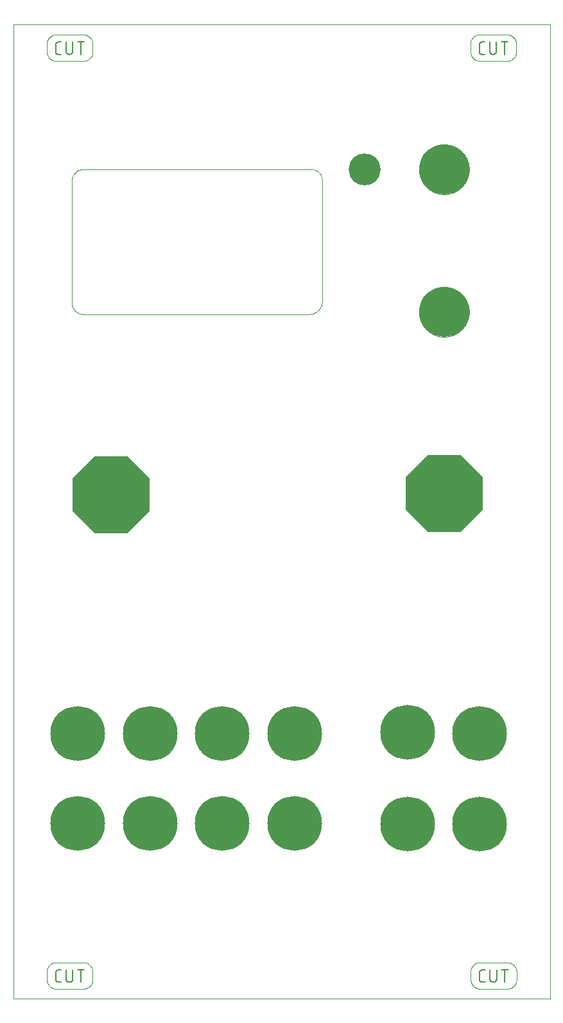
<source format=gts>
G75*
%MOIN*%
%OFA0B0*%
%FSLAX25Y25*%
%IPPOS*%
%LPD*%
%AMOC8*
5,1,8,0,0,1.08239X$1,22.5*
%
%ADD10C,0.00000*%
%ADD11C,0.00600*%
%ADD12C,0.25984*%
%ADD13C,0.16598*%
%ADD14C,0.28409*%
%ADD15OC8,0.40220*%
D10*
X0003589Y0001000D02*
X0003589Y0507000D01*
X0282195Y0507000D01*
X0282195Y0001000D01*
X0003589Y0001000D01*
X0020912Y0011157D02*
X0020912Y0013205D01*
X0020912Y0015016D01*
X0020914Y0015153D01*
X0020920Y0015290D01*
X0020930Y0015427D01*
X0020943Y0015564D01*
X0020961Y0015700D01*
X0020982Y0015835D01*
X0021008Y0015970D01*
X0021037Y0016104D01*
X0021070Y0016237D01*
X0021107Y0016369D01*
X0021147Y0016500D01*
X0021191Y0016630D01*
X0021239Y0016759D01*
X0021291Y0016886D01*
X0021346Y0017011D01*
X0021405Y0017135D01*
X0021467Y0017257D01*
X0021533Y0017378D01*
X0021602Y0017496D01*
X0021674Y0017613D01*
X0021750Y0017727D01*
X0021829Y0017839D01*
X0021911Y0017949D01*
X0021997Y0018056D01*
X0022085Y0018161D01*
X0022176Y0018264D01*
X0022271Y0018363D01*
X0022368Y0018460D01*
X0022467Y0018555D01*
X0022570Y0018646D01*
X0022675Y0018734D01*
X0022782Y0018820D01*
X0022892Y0018902D01*
X0023004Y0018981D01*
X0023118Y0019057D01*
X0023235Y0019129D01*
X0023353Y0019198D01*
X0023474Y0019264D01*
X0023596Y0019326D01*
X0023720Y0019385D01*
X0023845Y0019440D01*
X0023972Y0019492D01*
X0024101Y0019540D01*
X0024231Y0019584D01*
X0024362Y0019624D01*
X0024494Y0019661D01*
X0024627Y0019694D01*
X0024761Y0019723D01*
X0024896Y0019749D01*
X0025031Y0019770D01*
X0025167Y0019788D01*
X0025304Y0019801D01*
X0025441Y0019811D01*
X0025578Y0019817D01*
X0025715Y0019819D01*
X0039809Y0019819D01*
X0039948Y0019817D01*
X0040087Y0019811D01*
X0040226Y0019801D01*
X0040364Y0019788D01*
X0040502Y0019770D01*
X0040640Y0019749D01*
X0040777Y0019724D01*
X0040913Y0019695D01*
X0041048Y0019662D01*
X0041182Y0019625D01*
X0041316Y0019585D01*
X0041448Y0019541D01*
X0041578Y0019493D01*
X0041707Y0019441D01*
X0041835Y0019386D01*
X0041961Y0019328D01*
X0042086Y0019266D01*
X0042209Y0019200D01*
X0042330Y0019131D01*
X0042448Y0019059D01*
X0042565Y0018983D01*
X0042680Y0018904D01*
X0042792Y0018822D01*
X0042902Y0018737D01*
X0043010Y0018648D01*
X0043115Y0018557D01*
X0043217Y0018463D01*
X0043317Y0018366D01*
X0043414Y0018266D01*
X0043508Y0018164D01*
X0043599Y0018059D01*
X0043688Y0017951D01*
X0043773Y0017841D01*
X0043855Y0017729D01*
X0043934Y0017614D01*
X0044010Y0017497D01*
X0044082Y0017379D01*
X0044151Y0017258D01*
X0044217Y0017135D01*
X0044279Y0017010D01*
X0044337Y0016884D01*
X0044392Y0016756D01*
X0044444Y0016627D01*
X0044492Y0016497D01*
X0044536Y0016365D01*
X0044576Y0016231D01*
X0044613Y0016097D01*
X0044646Y0015962D01*
X0044675Y0015826D01*
X0044700Y0015689D01*
X0044721Y0015551D01*
X0044739Y0015413D01*
X0044752Y0015275D01*
X0044762Y0015136D01*
X0044768Y0014997D01*
X0044770Y0014858D01*
X0044770Y0013165D01*
X0044770Y0011000D01*
X0044768Y0010861D01*
X0044762Y0010722D01*
X0044752Y0010583D01*
X0044739Y0010445D01*
X0044721Y0010307D01*
X0044700Y0010169D01*
X0044675Y0010032D01*
X0044646Y0009896D01*
X0044613Y0009761D01*
X0044576Y0009627D01*
X0044536Y0009493D01*
X0044492Y0009361D01*
X0044444Y0009231D01*
X0044392Y0009102D01*
X0044337Y0008974D01*
X0044279Y0008848D01*
X0044217Y0008723D01*
X0044151Y0008600D01*
X0044082Y0008479D01*
X0044010Y0008361D01*
X0043934Y0008244D01*
X0043855Y0008129D01*
X0043773Y0008017D01*
X0043688Y0007907D01*
X0043599Y0007799D01*
X0043508Y0007694D01*
X0043414Y0007592D01*
X0043317Y0007492D01*
X0043217Y0007395D01*
X0043115Y0007301D01*
X0043010Y0007210D01*
X0042902Y0007121D01*
X0042792Y0007036D01*
X0042680Y0006954D01*
X0042565Y0006875D01*
X0042448Y0006799D01*
X0042330Y0006727D01*
X0042209Y0006658D01*
X0042086Y0006592D01*
X0041961Y0006530D01*
X0041835Y0006472D01*
X0041707Y0006417D01*
X0041578Y0006365D01*
X0041448Y0006317D01*
X0041316Y0006273D01*
X0041182Y0006233D01*
X0041048Y0006196D01*
X0040913Y0006163D01*
X0040777Y0006134D01*
X0040640Y0006109D01*
X0040502Y0006088D01*
X0040364Y0006070D01*
X0040226Y0006057D01*
X0040087Y0006047D01*
X0039948Y0006041D01*
X0039809Y0006039D01*
X0026030Y0006039D01*
X0025889Y0006041D01*
X0025748Y0006047D01*
X0025607Y0006056D01*
X0025467Y0006070D01*
X0025327Y0006088D01*
X0025188Y0006109D01*
X0025049Y0006134D01*
X0024911Y0006163D01*
X0024774Y0006196D01*
X0024637Y0006232D01*
X0024502Y0006272D01*
X0024368Y0006316D01*
X0024235Y0006364D01*
X0024104Y0006415D01*
X0023974Y0006470D01*
X0023846Y0006529D01*
X0023719Y0006590D01*
X0023594Y0006656D01*
X0023471Y0006725D01*
X0023350Y0006797D01*
X0023231Y0006872D01*
X0023114Y0006951D01*
X0022999Y0007033D01*
X0022886Y0007118D01*
X0022776Y0007206D01*
X0022669Y0007297D01*
X0022564Y0007392D01*
X0022461Y0007489D01*
X0022362Y0007588D01*
X0022265Y0007691D01*
X0022170Y0007796D01*
X0022079Y0007903D01*
X0021991Y0008013D01*
X0021906Y0008126D01*
X0021824Y0008241D01*
X0021745Y0008358D01*
X0021670Y0008477D01*
X0021598Y0008598D01*
X0021529Y0008721D01*
X0021463Y0008846D01*
X0021402Y0008973D01*
X0021343Y0009101D01*
X0021288Y0009231D01*
X0021237Y0009362D01*
X0021189Y0009495D01*
X0021145Y0009629D01*
X0021105Y0009764D01*
X0021069Y0009901D01*
X0021036Y0010038D01*
X0021007Y0010176D01*
X0020982Y0010315D01*
X0020961Y0010454D01*
X0020943Y0010594D01*
X0020929Y0010734D01*
X0020920Y0010875D01*
X0020914Y0011016D01*
X0020912Y0011157D01*
X0039809Y0356512D02*
X0157132Y0356512D01*
X0157294Y0356514D01*
X0157455Y0356520D01*
X0157617Y0356530D01*
X0157778Y0356543D01*
X0157939Y0356561D01*
X0158099Y0356582D01*
X0158259Y0356608D01*
X0158418Y0356637D01*
X0158576Y0356670D01*
X0158734Y0356706D01*
X0158890Y0356747D01*
X0159046Y0356791D01*
X0159200Y0356840D01*
X0159353Y0356891D01*
X0159505Y0356947D01*
X0159656Y0357006D01*
X0159805Y0357069D01*
X0159952Y0357135D01*
X0160098Y0357205D01*
X0160242Y0357279D01*
X0160385Y0357356D01*
X0160525Y0357436D01*
X0160663Y0357520D01*
X0160800Y0357607D01*
X0160934Y0357697D01*
X0161066Y0357790D01*
X0161196Y0357887D01*
X0161323Y0357987D01*
X0161448Y0358089D01*
X0161570Y0358195D01*
X0161690Y0358304D01*
X0161807Y0358415D01*
X0161922Y0358530D01*
X0162033Y0358647D01*
X0162142Y0358767D01*
X0162248Y0358889D01*
X0162350Y0359014D01*
X0162450Y0359141D01*
X0162547Y0359271D01*
X0162640Y0359403D01*
X0162730Y0359537D01*
X0162817Y0359674D01*
X0162901Y0359812D01*
X0162981Y0359952D01*
X0163058Y0360095D01*
X0163132Y0360239D01*
X0163202Y0360385D01*
X0163268Y0360532D01*
X0163331Y0360681D01*
X0163390Y0360832D01*
X0163446Y0360984D01*
X0163497Y0361137D01*
X0163546Y0361291D01*
X0163590Y0361447D01*
X0163631Y0361603D01*
X0163667Y0361761D01*
X0163700Y0361919D01*
X0163729Y0362078D01*
X0163755Y0362238D01*
X0163776Y0362398D01*
X0163794Y0362559D01*
X0163807Y0362720D01*
X0163817Y0362882D01*
X0163823Y0363043D01*
X0163825Y0363205D01*
X0163825Y0424622D01*
X0163825Y0426197D01*
X0163823Y0426344D01*
X0163817Y0426490D01*
X0163807Y0426637D01*
X0163794Y0426783D01*
X0163776Y0426929D01*
X0163755Y0427074D01*
X0163730Y0427218D01*
X0163700Y0427362D01*
X0163668Y0427505D01*
X0163631Y0427647D01*
X0163590Y0427788D01*
X0163546Y0427928D01*
X0163498Y0428067D01*
X0163447Y0428204D01*
X0163391Y0428340D01*
X0163332Y0428475D01*
X0163270Y0428607D01*
X0163204Y0428739D01*
X0163135Y0428868D01*
X0163062Y0428995D01*
X0162986Y0429121D01*
X0162906Y0429244D01*
X0162823Y0429365D01*
X0162738Y0429484D01*
X0162648Y0429601D01*
X0162556Y0429715D01*
X0162461Y0429827D01*
X0162363Y0429936D01*
X0162262Y0430042D01*
X0162158Y0430146D01*
X0162052Y0430247D01*
X0161943Y0430345D01*
X0161831Y0430440D01*
X0161717Y0430532D01*
X0161600Y0430622D01*
X0161481Y0430707D01*
X0161360Y0430790D01*
X0161237Y0430870D01*
X0161111Y0430946D01*
X0160984Y0431019D01*
X0160855Y0431088D01*
X0160723Y0431154D01*
X0160591Y0431216D01*
X0160456Y0431275D01*
X0160320Y0431331D01*
X0160183Y0431382D01*
X0160044Y0431430D01*
X0159904Y0431474D01*
X0159763Y0431515D01*
X0159621Y0431552D01*
X0159478Y0431584D01*
X0159334Y0431614D01*
X0159190Y0431639D01*
X0159045Y0431660D01*
X0158899Y0431678D01*
X0158753Y0431691D01*
X0158606Y0431701D01*
X0158460Y0431707D01*
X0158313Y0431709D01*
X0039809Y0431709D01*
X0039657Y0431707D01*
X0039505Y0431701D01*
X0039353Y0431691D01*
X0039202Y0431678D01*
X0039051Y0431660D01*
X0038900Y0431639D01*
X0038750Y0431613D01*
X0038601Y0431584D01*
X0038452Y0431551D01*
X0038305Y0431514D01*
X0038158Y0431474D01*
X0038013Y0431429D01*
X0037869Y0431381D01*
X0037726Y0431329D01*
X0037584Y0431274D01*
X0037444Y0431215D01*
X0037305Y0431152D01*
X0037168Y0431086D01*
X0037033Y0431016D01*
X0036900Y0430943D01*
X0036769Y0430866D01*
X0036639Y0430786D01*
X0036512Y0430703D01*
X0036387Y0430617D01*
X0036264Y0430527D01*
X0036144Y0430434D01*
X0036026Y0430338D01*
X0035910Y0430239D01*
X0035797Y0430137D01*
X0035687Y0430033D01*
X0035579Y0429925D01*
X0035475Y0429815D01*
X0035373Y0429702D01*
X0035274Y0429586D01*
X0035178Y0429468D01*
X0035085Y0429348D01*
X0034995Y0429225D01*
X0034909Y0429100D01*
X0034826Y0428973D01*
X0034746Y0428843D01*
X0034669Y0428712D01*
X0034596Y0428579D01*
X0034526Y0428444D01*
X0034460Y0428307D01*
X0034397Y0428168D01*
X0034338Y0428028D01*
X0034283Y0427886D01*
X0034231Y0427743D01*
X0034183Y0427599D01*
X0034138Y0427454D01*
X0034098Y0427307D01*
X0034061Y0427160D01*
X0034028Y0427011D01*
X0033999Y0426862D01*
X0033973Y0426712D01*
X0033952Y0426561D01*
X0033934Y0426410D01*
X0033921Y0426259D01*
X0033911Y0426107D01*
X0033905Y0425955D01*
X0033903Y0425803D01*
X0033904Y0425803D02*
X0033904Y0425016D01*
X0033904Y0363205D01*
X0033903Y0363205D02*
X0033886Y0363053D01*
X0033873Y0362901D01*
X0033864Y0362748D01*
X0033858Y0362595D01*
X0033857Y0362442D01*
X0033860Y0362290D01*
X0033866Y0362137D01*
X0033876Y0361984D01*
X0033891Y0361832D01*
X0033909Y0361680D01*
X0033931Y0361529D01*
X0033957Y0361378D01*
X0033987Y0361228D01*
X0034020Y0361079D01*
X0034058Y0360931D01*
X0034099Y0360784D01*
X0034144Y0360637D01*
X0034193Y0360493D01*
X0034245Y0360349D01*
X0034302Y0360207D01*
X0034361Y0360066D01*
X0034425Y0359927D01*
X0034492Y0359789D01*
X0034562Y0359654D01*
X0034636Y0359520D01*
X0034714Y0359388D01*
X0034794Y0359258D01*
X0034878Y0359130D01*
X0034966Y0359005D01*
X0035056Y0358881D01*
X0035150Y0358760D01*
X0035246Y0358642D01*
X0035346Y0358526D01*
X0035449Y0358413D01*
X0035554Y0358302D01*
X0035662Y0358194D01*
X0035773Y0358089D01*
X0035887Y0357987D01*
X0036004Y0357887D01*
X0036122Y0357791D01*
X0036244Y0357698D01*
X0036367Y0357608D01*
X0036493Y0357521D01*
X0036621Y0357438D01*
X0036751Y0357357D01*
X0036884Y0357281D01*
X0037018Y0357207D01*
X0037154Y0357137D01*
X0037291Y0357071D01*
X0037431Y0357008D01*
X0037572Y0356949D01*
X0037714Y0356893D01*
X0037858Y0356841D01*
X0038003Y0356793D01*
X0038149Y0356748D01*
X0038297Y0356707D01*
X0038445Y0356670D01*
X0038594Y0356637D01*
X0038744Y0356608D01*
X0038895Y0356583D01*
X0039047Y0356561D01*
X0039198Y0356543D01*
X0039351Y0356530D01*
X0039503Y0356520D01*
X0039656Y0356514D01*
X0039809Y0356512D01*
X0039809Y0487929D02*
X0026030Y0487929D01*
X0025889Y0487931D01*
X0025748Y0487937D01*
X0025607Y0487946D01*
X0025467Y0487960D01*
X0025327Y0487978D01*
X0025188Y0487999D01*
X0025049Y0488024D01*
X0024911Y0488053D01*
X0024774Y0488086D01*
X0024637Y0488122D01*
X0024502Y0488162D01*
X0024368Y0488206D01*
X0024235Y0488254D01*
X0024104Y0488305D01*
X0023974Y0488360D01*
X0023846Y0488419D01*
X0023719Y0488480D01*
X0023594Y0488546D01*
X0023471Y0488615D01*
X0023350Y0488687D01*
X0023231Y0488762D01*
X0023114Y0488841D01*
X0022999Y0488923D01*
X0022886Y0489008D01*
X0022776Y0489096D01*
X0022669Y0489187D01*
X0022564Y0489282D01*
X0022461Y0489379D01*
X0022362Y0489478D01*
X0022265Y0489581D01*
X0022170Y0489686D01*
X0022079Y0489793D01*
X0021991Y0489903D01*
X0021906Y0490016D01*
X0021824Y0490131D01*
X0021745Y0490248D01*
X0021670Y0490367D01*
X0021598Y0490488D01*
X0021529Y0490611D01*
X0021463Y0490736D01*
X0021402Y0490863D01*
X0021343Y0490991D01*
X0021288Y0491121D01*
X0021237Y0491252D01*
X0021189Y0491385D01*
X0021145Y0491519D01*
X0021105Y0491654D01*
X0021069Y0491791D01*
X0021036Y0491928D01*
X0021007Y0492066D01*
X0020982Y0492205D01*
X0020961Y0492344D01*
X0020943Y0492484D01*
X0020929Y0492624D01*
X0020920Y0492765D01*
X0020914Y0492906D01*
X0020912Y0493047D01*
X0020912Y0495094D01*
X0020912Y0496906D01*
X0020914Y0497043D01*
X0020920Y0497180D01*
X0020930Y0497317D01*
X0020943Y0497454D01*
X0020961Y0497590D01*
X0020982Y0497725D01*
X0021008Y0497860D01*
X0021037Y0497994D01*
X0021070Y0498127D01*
X0021107Y0498259D01*
X0021147Y0498390D01*
X0021191Y0498520D01*
X0021239Y0498649D01*
X0021291Y0498776D01*
X0021346Y0498901D01*
X0021405Y0499025D01*
X0021467Y0499147D01*
X0021533Y0499268D01*
X0021602Y0499386D01*
X0021674Y0499503D01*
X0021750Y0499617D01*
X0021829Y0499729D01*
X0021911Y0499839D01*
X0021997Y0499946D01*
X0022085Y0500051D01*
X0022176Y0500154D01*
X0022271Y0500253D01*
X0022368Y0500350D01*
X0022467Y0500445D01*
X0022570Y0500536D01*
X0022675Y0500624D01*
X0022782Y0500710D01*
X0022892Y0500792D01*
X0023004Y0500871D01*
X0023118Y0500947D01*
X0023235Y0501019D01*
X0023353Y0501088D01*
X0023474Y0501154D01*
X0023596Y0501216D01*
X0023720Y0501275D01*
X0023845Y0501330D01*
X0023972Y0501382D01*
X0024101Y0501430D01*
X0024231Y0501474D01*
X0024362Y0501514D01*
X0024494Y0501551D01*
X0024627Y0501584D01*
X0024761Y0501613D01*
X0024896Y0501639D01*
X0025031Y0501660D01*
X0025167Y0501678D01*
X0025304Y0501691D01*
X0025441Y0501701D01*
X0025578Y0501707D01*
X0025715Y0501709D01*
X0039809Y0501709D01*
X0039948Y0501707D01*
X0040087Y0501701D01*
X0040226Y0501691D01*
X0040364Y0501678D01*
X0040502Y0501660D01*
X0040640Y0501639D01*
X0040777Y0501614D01*
X0040913Y0501585D01*
X0041048Y0501552D01*
X0041182Y0501515D01*
X0041316Y0501475D01*
X0041448Y0501431D01*
X0041578Y0501383D01*
X0041707Y0501331D01*
X0041835Y0501276D01*
X0041961Y0501218D01*
X0042086Y0501156D01*
X0042209Y0501090D01*
X0042330Y0501021D01*
X0042448Y0500949D01*
X0042565Y0500873D01*
X0042680Y0500794D01*
X0042792Y0500712D01*
X0042902Y0500627D01*
X0043010Y0500538D01*
X0043115Y0500447D01*
X0043217Y0500353D01*
X0043317Y0500256D01*
X0043414Y0500156D01*
X0043508Y0500054D01*
X0043599Y0499949D01*
X0043688Y0499841D01*
X0043773Y0499731D01*
X0043855Y0499619D01*
X0043934Y0499504D01*
X0044010Y0499387D01*
X0044082Y0499269D01*
X0044151Y0499148D01*
X0044217Y0499025D01*
X0044279Y0498900D01*
X0044337Y0498774D01*
X0044392Y0498646D01*
X0044444Y0498517D01*
X0044492Y0498387D01*
X0044536Y0498255D01*
X0044576Y0498121D01*
X0044613Y0497987D01*
X0044646Y0497852D01*
X0044675Y0497716D01*
X0044700Y0497579D01*
X0044721Y0497441D01*
X0044739Y0497303D01*
X0044752Y0497165D01*
X0044762Y0497026D01*
X0044768Y0496887D01*
X0044770Y0496748D01*
X0044770Y0495055D01*
X0044770Y0492890D01*
X0044768Y0492751D01*
X0044762Y0492612D01*
X0044752Y0492473D01*
X0044739Y0492335D01*
X0044721Y0492197D01*
X0044700Y0492059D01*
X0044675Y0491922D01*
X0044646Y0491786D01*
X0044613Y0491651D01*
X0044576Y0491517D01*
X0044536Y0491383D01*
X0044492Y0491251D01*
X0044444Y0491121D01*
X0044392Y0490992D01*
X0044337Y0490864D01*
X0044279Y0490738D01*
X0044217Y0490613D01*
X0044151Y0490490D01*
X0044082Y0490369D01*
X0044010Y0490251D01*
X0043934Y0490134D01*
X0043855Y0490019D01*
X0043773Y0489907D01*
X0043688Y0489797D01*
X0043599Y0489689D01*
X0043508Y0489584D01*
X0043414Y0489482D01*
X0043317Y0489382D01*
X0043217Y0489285D01*
X0043115Y0489191D01*
X0043010Y0489100D01*
X0042902Y0489011D01*
X0042792Y0488926D01*
X0042680Y0488844D01*
X0042565Y0488765D01*
X0042448Y0488689D01*
X0042330Y0488617D01*
X0042209Y0488548D01*
X0042086Y0488482D01*
X0041961Y0488420D01*
X0041835Y0488362D01*
X0041707Y0488307D01*
X0041578Y0488255D01*
X0041448Y0488207D01*
X0041316Y0488163D01*
X0041182Y0488123D01*
X0041048Y0488086D01*
X0040913Y0488053D01*
X0040777Y0488024D01*
X0040640Y0487999D01*
X0040502Y0487978D01*
X0040364Y0487960D01*
X0040226Y0487947D01*
X0040087Y0487937D01*
X0039948Y0487931D01*
X0039809Y0487929D01*
X0214219Y0431709D02*
X0214223Y0432028D01*
X0214235Y0432346D01*
X0214254Y0432665D01*
X0214282Y0432982D01*
X0214317Y0433299D01*
X0214360Y0433615D01*
X0214410Y0433930D01*
X0214469Y0434244D01*
X0214535Y0434556D01*
X0214608Y0434866D01*
X0214690Y0435174D01*
X0214778Y0435480D01*
X0214875Y0435784D01*
X0214978Y0436086D01*
X0215090Y0436385D01*
X0215208Y0436681D01*
X0215334Y0436974D01*
X0215466Y0437264D01*
X0215606Y0437550D01*
X0215753Y0437833D01*
X0215907Y0438113D01*
X0216067Y0438388D01*
X0216235Y0438660D01*
X0216409Y0438927D01*
X0216589Y0439190D01*
X0216776Y0439448D01*
X0216969Y0439702D01*
X0217168Y0439951D01*
X0217373Y0440195D01*
X0217585Y0440434D01*
X0217802Y0440668D01*
X0218024Y0440896D01*
X0218252Y0441118D01*
X0218486Y0441335D01*
X0218725Y0441547D01*
X0218969Y0441752D01*
X0219218Y0441951D01*
X0219472Y0442144D01*
X0219730Y0442331D01*
X0219993Y0442511D01*
X0220260Y0442685D01*
X0220532Y0442853D01*
X0220807Y0443013D01*
X0221087Y0443167D01*
X0221370Y0443314D01*
X0221656Y0443454D01*
X0221946Y0443586D01*
X0222239Y0443712D01*
X0222535Y0443830D01*
X0222834Y0443942D01*
X0223136Y0444045D01*
X0223440Y0444142D01*
X0223746Y0444230D01*
X0224054Y0444312D01*
X0224364Y0444385D01*
X0224676Y0444451D01*
X0224990Y0444510D01*
X0225305Y0444560D01*
X0225621Y0444603D01*
X0225938Y0444638D01*
X0226255Y0444666D01*
X0226574Y0444685D01*
X0226892Y0444697D01*
X0227211Y0444701D01*
X0227530Y0444697D01*
X0227848Y0444685D01*
X0228167Y0444666D01*
X0228484Y0444638D01*
X0228801Y0444603D01*
X0229117Y0444560D01*
X0229432Y0444510D01*
X0229746Y0444451D01*
X0230058Y0444385D01*
X0230368Y0444312D01*
X0230676Y0444230D01*
X0230982Y0444142D01*
X0231286Y0444045D01*
X0231588Y0443942D01*
X0231887Y0443830D01*
X0232183Y0443712D01*
X0232476Y0443586D01*
X0232766Y0443454D01*
X0233052Y0443314D01*
X0233335Y0443167D01*
X0233615Y0443013D01*
X0233890Y0442853D01*
X0234162Y0442685D01*
X0234429Y0442511D01*
X0234692Y0442331D01*
X0234950Y0442144D01*
X0235204Y0441951D01*
X0235453Y0441752D01*
X0235697Y0441547D01*
X0235936Y0441335D01*
X0236170Y0441118D01*
X0236398Y0440896D01*
X0236620Y0440668D01*
X0236837Y0440434D01*
X0237049Y0440195D01*
X0237254Y0439951D01*
X0237453Y0439702D01*
X0237646Y0439448D01*
X0237833Y0439190D01*
X0238013Y0438927D01*
X0238187Y0438660D01*
X0238355Y0438388D01*
X0238515Y0438113D01*
X0238669Y0437833D01*
X0238816Y0437550D01*
X0238956Y0437264D01*
X0239088Y0436974D01*
X0239214Y0436681D01*
X0239332Y0436385D01*
X0239444Y0436086D01*
X0239547Y0435784D01*
X0239644Y0435480D01*
X0239732Y0435174D01*
X0239814Y0434866D01*
X0239887Y0434556D01*
X0239953Y0434244D01*
X0240012Y0433930D01*
X0240062Y0433615D01*
X0240105Y0433299D01*
X0240140Y0432982D01*
X0240168Y0432665D01*
X0240187Y0432346D01*
X0240199Y0432028D01*
X0240203Y0431709D01*
X0240199Y0431390D01*
X0240187Y0431072D01*
X0240168Y0430753D01*
X0240140Y0430436D01*
X0240105Y0430119D01*
X0240062Y0429803D01*
X0240012Y0429488D01*
X0239953Y0429174D01*
X0239887Y0428862D01*
X0239814Y0428552D01*
X0239732Y0428244D01*
X0239644Y0427938D01*
X0239547Y0427634D01*
X0239444Y0427332D01*
X0239332Y0427033D01*
X0239214Y0426737D01*
X0239088Y0426444D01*
X0238956Y0426154D01*
X0238816Y0425868D01*
X0238669Y0425585D01*
X0238515Y0425305D01*
X0238355Y0425030D01*
X0238187Y0424758D01*
X0238013Y0424491D01*
X0237833Y0424228D01*
X0237646Y0423970D01*
X0237453Y0423716D01*
X0237254Y0423467D01*
X0237049Y0423223D01*
X0236837Y0422984D01*
X0236620Y0422750D01*
X0236398Y0422522D01*
X0236170Y0422300D01*
X0235936Y0422083D01*
X0235697Y0421871D01*
X0235453Y0421666D01*
X0235204Y0421467D01*
X0234950Y0421274D01*
X0234692Y0421087D01*
X0234429Y0420907D01*
X0234162Y0420733D01*
X0233890Y0420565D01*
X0233615Y0420405D01*
X0233335Y0420251D01*
X0233052Y0420104D01*
X0232766Y0419964D01*
X0232476Y0419832D01*
X0232183Y0419706D01*
X0231887Y0419588D01*
X0231588Y0419476D01*
X0231286Y0419373D01*
X0230982Y0419276D01*
X0230676Y0419188D01*
X0230368Y0419106D01*
X0230058Y0419033D01*
X0229746Y0418967D01*
X0229432Y0418908D01*
X0229117Y0418858D01*
X0228801Y0418815D01*
X0228484Y0418780D01*
X0228167Y0418752D01*
X0227848Y0418733D01*
X0227530Y0418721D01*
X0227211Y0418717D01*
X0226892Y0418721D01*
X0226574Y0418733D01*
X0226255Y0418752D01*
X0225938Y0418780D01*
X0225621Y0418815D01*
X0225305Y0418858D01*
X0224990Y0418908D01*
X0224676Y0418967D01*
X0224364Y0419033D01*
X0224054Y0419106D01*
X0223746Y0419188D01*
X0223440Y0419276D01*
X0223136Y0419373D01*
X0222834Y0419476D01*
X0222535Y0419588D01*
X0222239Y0419706D01*
X0221946Y0419832D01*
X0221656Y0419964D01*
X0221370Y0420104D01*
X0221087Y0420251D01*
X0220807Y0420405D01*
X0220532Y0420565D01*
X0220260Y0420733D01*
X0219993Y0420907D01*
X0219730Y0421087D01*
X0219472Y0421274D01*
X0219218Y0421467D01*
X0218969Y0421666D01*
X0218725Y0421871D01*
X0218486Y0422083D01*
X0218252Y0422300D01*
X0218024Y0422522D01*
X0217802Y0422750D01*
X0217585Y0422984D01*
X0217373Y0423223D01*
X0217168Y0423467D01*
X0216969Y0423716D01*
X0216776Y0423970D01*
X0216589Y0424228D01*
X0216409Y0424491D01*
X0216235Y0424758D01*
X0216067Y0425030D01*
X0215907Y0425305D01*
X0215753Y0425585D01*
X0215606Y0425868D01*
X0215466Y0426154D01*
X0215334Y0426444D01*
X0215208Y0426737D01*
X0215090Y0427033D01*
X0214978Y0427332D01*
X0214875Y0427634D01*
X0214778Y0427938D01*
X0214690Y0428244D01*
X0214608Y0428552D01*
X0214535Y0428862D01*
X0214469Y0429174D01*
X0214410Y0429488D01*
X0214360Y0429803D01*
X0214317Y0430119D01*
X0214282Y0430436D01*
X0214254Y0430753D01*
X0214235Y0431072D01*
X0214223Y0431390D01*
X0214219Y0431709D01*
X0245991Y0487929D02*
X0259770Y0487929D01*
X0259909Y0487931D01*
X0260048Y0487937D01*
X0260187Y0487947D01*
X0260325Y0487960D01*
X0260463Y0487978D01*
X0260601Y0487999D01*
X0260738Y0488024D01*
X0260874Y0488053D01*
X0261009Y0488086D01*
X0261143Y0488123D01*
X0261277Y0488163D01*
X0261409Y0488207D01*
X0261539Y0488255D01*
X0261668Y0488307D01*
X0261796Y0488362D01*
X0261922Y0488420D01*
X0262047Y0488482D01*
X0262170Y0488548D01*
X0262291Y0488617D01*
X0262409Y0488689D01*
X0262526Y0488765D01*
X0262641Y0488844D01*
X0262753Y0488926D01*
X0262863Y0489011D01*
X0262971Y0489100D01*
X0263076Y0489191D01*
X0263178Y0489285D01*
X0263278Y0489382D01*
X0263375Y0489482D01*
X0263469Y0489584D01*
X0263560Y0489689D01*
X0263649Y0489797D01*
X0263734Y0489907D01*
X0263816Y0490019D01*
X0263895Y0490134D01*
X0263971Y0490251D01*
X0264043Y0490369D01*
X0264112Y0490490D01*
X0264178Y0490613D01*
X0264240Y0490738D01*
X0264298Y0490864D01*
X0264353Y0490992D01*
X0264405Y0491121D01*
X0264453Y0491251D01*
X0264497Y0491383D01*
X0264537Y0491517D01*
X0264574Y0491651D01*
X0264607Y0491786D01*
X0264636Y0491922D01*
X0264661Y0492059D01*
X0264682Y0492197D01*
X0264700Y0492335D01*
X0264713Y0492473D01*
X0264723Y0492612D01*
X0264729Y0492751D01*
X0264731Y0492890D01*
X0264731Y0495055D01*
X0264731Y0496748D01*
X0264729Y0496887D01*
X0264723Y0497026D01*
X0264713Y0497165D01*
X0264700Y0497303D01*
X0264682Y0497441D01*
X0264661Y0497579D01*
X0264636Y0497716D01*
X0264607Y0497852D01*
X0264574Y0497987D01*
X0264537Y0498121D01*
X0264497Y0498255D01*
X0264453Y0498387D01*
X0264405Y0498517D01*
X0264353Y0498646D01*
X0264298Y0498774D01*
X0264240Y0498900D01*
X0264178Y0499025D01*
X0264112Y0499148D01*
X0264043Y0499269D01*
X0263971Y0499387D01*
X0263895Y0499504D01*
X0263816Y0499619D01*
X0263734Y0499731D01*
X0263649Y0499841D01*
X0263560Y0499949D01*
X0263469Y0500054D01*
X0263375Y0500156D01*
X0263278Y0500256D01*
X0263178Y0500353D01*
X0263076Y0500447D01*
X0262971Y0500538D01*
X0262863Y0500627D01*
X0262753Y0500712D01*
X0262641Y0500794D01*
X0262526Y0500873D01*
X0262409Y0500949D01*
X0262291Y0501021D01*
X0262170Y0501090D01*
X0262047Y0501156D01*
X0261922Y0501218D01*
X0261796Y0501276D01*
X0261668Y0501331D01*
X0261539Y0501383D01*
X0261409Y0501431D01*
X0261277Y0501475D01*
X0261143Y0501515D01*
X0261009Y0501552D01*
X0260874Y0501585D01*
X0260738Y0501614D01*
X0260601Y0501639D01*
X0260463Y0501660D01*
X0260325Y0501678D01*
X0260187Y0501691D01*
X0260048Y0501701D01*
X0259909Y0501707D01*
X0259770Y0501709D01*
X0245676Y0501709D01*
X0245539Y0501707D01*
X0245402Y0501701D01*
X0245265Y0501691D01*
X0245128Y0501678D01*
X0244992Y0501660D01*
X0244857Y0501639D01*
X0244722Y0501613D01*
X0244588Y0501584D01*
X0244455Y0501551D01*
X0244323Y0501514D01*
X0244192Y0501474D01*
X0244062Y0501430D01*
X0243933Y0501382D01*
X0243806Y0501330D01*
X0243681Y0501275D01*
X0243557Y0501216D01*
X0243435Y0501154D01*
X0243314Y0501088D01*
X0243196Y0501019D01*
X0243079Y0500947D01*
X0242965Y0500871D01*
X0242853Y0500792D01*
X0242743Y0500710D01*
X0242636Y0500624D01*
X0242531Y0500536D01*
X0242428Y0500445D01*
X0242329Y0500350D01*
X0242232Y0500253D01*
X0242137Y0500154D01*
X0242046Y0500051D01*
X0241958Y0499946D01*
X0241872Y0499839D01*
X0241790Y0499729D01*
X0241711Y0499617D01*
X0241635Y0499503D01*
X0241563Y0499386D01*
X0241494Y0499268D01*
X0241428Y0499147D01*
X0241366Y0499025D01*
X0241307Y0498901D01*
X0241252Y0498776D01*
X0241200Y0498649D01*
X0241152Y0498520D01*
X0241108Y0498390D01*
X0241068Y0498259D01*
X0241031Y0498127D01*
X0240998Y0497994D01*
X0240969Y0497860D01*
X0240943Y0497725D01*
X0240922Y0497590D01*
X0240904Y0497454D01*
X0240891Y0497317D01*
X0240881Y0497180D01*
X0240875Y0497043D01*
X0240873Y0496906D01*
X0240872Y0496906D02*
X0240872Y0495094D01*
X0240872Y0493047D01*
X0240873Y0493047D02*
X0240875Y0492906D01*
X0240881Y0492765D01*
X0240890Y0492624D01*
X0240904Y0492484D01*
X0240922Y0492344D01*
X0240943Y0492205D01*
X0240968Y0492066D01*
X0240997Y0491928D01*
X0241030Y0491791D01*
X0241066Y0491654D01*
X0241106Y0491519D01*
X0241150Y0491385D01*
X0241198Y0491252D01*
X0241249Y0491121D01*
X0241304Y0490991D01*
X0241363Y0490863D01*
X0241424Y0490736D01*
X0241490Y0490611D01*
X0241559Y0490488D01*
X0241631Y0490367D01*
X0241706Y0490248D01*
X0241785Y0490131D01*
X0241867Y0490016D01*
X0241952Y0489903D01*
X0242040Y0489793D01*
X0242131Y0489686D01*
X0242226Y0489581D01*
X0242323Y0489478D01*
X0242422Y0489379D01*
X0242525Y0489282D01*
X0242630Y0489187D01*
X0242737Y0489096D01*
X0242847Y0489008D01*
X0242960Y0488923D01*
X0243075Y0488841D01*
X0243192Y0488762D01*
X0243311Y0488687D01*
X0243432Y0488615D01*
X0243555Y0488546D01*
X0243680Y0488480D01*
X0243807Y0488419D01*
X0243935Y0488360D01*
X0244065Y0488305D01*
X0244196Y0488254D01*
X0244329Y0488206D01*
X0244463Y0488162D01*
X0244598Y0488122D01*
X0244735Y0488086D01*
X0244872Y0488053D01*
X0245010Y0488024D01*
X0245149Y0487999D01*
X0245288Y0487978D01*
X0245428Y0487960D01*
X0245568Y0487946D01*
X0245709Y0487937D01*
X0245850Y0487931D01*
X0245991Y0487929D01*
X0214219Y0357693D02*
X0214223Y0358012D01*
X0214235Y0358330D01*
X0214254Y0358649D01*
X0214282Y0358966D01*
X0214317Y0359283D01*
X0214360Y0359599D01*
X0214410Y0359914D01*
X0214469Y0360228D01*
X0214535Y0360540D01*
X0214608Y0360850D01*
X0214690Y0361158D01*
X0214778Y0361464D01*
X0214875Y0361768D01*
X0214978Y0362070D01*
X0215090Y0362369D01*
X0215208Y0362665D01*
X0215334Y0362958D01*
X0215466Y0363248D01*
X0215606Y0363534D01*
X0215753Y0363817D01*
X0215907Y0364097D01*
X0216067Y0364372D01*
X0216235Y0364644D01*
X0216409Y0364911D01*
X0216589Y0365174D01*
X0216776Y0365432D01*
X0216969Y0365686D01*
X0217168Y0365935D01*
X0217373Y0366179D01*
X0217585Y0366418D01*
X0217802Y0366652D01*
X0218024Y0366880D01*
X0218252Y0367102D01*
X0218486Y0367319D01*
X0218725Y0367531D01*
X0218969Y0367736D01*
X0219218Y0367935D01*
X0219472Y0368128D01*
X0219730Y0368315D01*
X0219993Y0368495D01*
X0220260Y0368669D01*
X0220532Y0368837D01*
X0220807Y0368997D01*
X0221087Y0369151D01*
X0221370Y0369298D01*
X0221656Y0369438D01*
X0221946Y0369570D01*
X0222239Y0369696D01*
X0222535Y0369814D01*
X0222834Y0369926D01*
X0223136Y0370029D01*
X0223440Y0370126D01*
X0223746Y0370214D01*
X0224054Y0370296D01*
X0224364Y0370369D01*
X0224676Y0370435D01*
X0224990Y0370494D01*
X0225305Y0370544D01*
X0225621Y0370587D01*
X0225938Y0370622D01*
X0226255Y0370650D01*
X0226574Y0370669D01*
X0226892Y0370681D01*
X0227211Y0370685D01*
X0227530Y0370681D01*
X0227848Y0370669D01*
X0228167Y0370650D01*
X0228484Y0370622D01*
X0228801Y0370587D01*
X0229117Y0370544D01*
X0229432Y0370494D01*
X0229746Y0370435D01*
X0230058Y0370369D01*
X0230368Y0370296D01*
X0230676Y0370214D01*
X0230982Y0370126D01*
X0231286Y0370029D01*
X0231588Y0369926D01*
X0231887Y0369814D01*
X0232183Y0369696D01*
X0232476Y0369570D01*
X0232766Y0369438D01*
X0233052Y0369298D01*
X0233335Y0369151D01*
X0233615Y0368997D01*
X0233890Y0368837D01*
X0234162Y0368669D01*
X0234429Y0368495D01*
X0234692Y0368315D01*
X0234950Y0368128D01*
X0235204Y0367935D01*
X0235453Y0367736D01*
X0235697Y0367531D01*
X0235936Y0367319D01*
X0236170Y0367102D01*
X0236398Y0366880D01*
X0236620Y0366652D01*
X0236837Y0366418D01*
X0237049Y0366179D01*
X0237254Y0365935D01*
X0237453Y0365686D01*
X0237646Y0365432D01*
X0237833Y0365174D01*
X0238013Y0364911D01*
X0238187Y0364644D01*
X0238355Y0364372D01*
X0238515Y0364097D01*
X0238669Y0363817D01*
X0238816Y0363534D01*
X0238956Y0363248D01*
X0239088Y0362958D01*
X0239214Y0362665D01*
X0239332Y0362369D01*
X0239444Y0362070D01*
X0239547Y0361768D01*
X0239644Y0361464D01*
X0239732Y0361158D01*
X0239814Y0360850D01*
X0239887Y0360540D01*
X0239953Y0360228D01*
X0240012Y0359914D01*
X0240062Y0359599D01*
X0240105Y0359283D01*
X0240140Y0358966D01*
X0240168Y0358649D01*
X0240187Y0358330D01*
X0240199Y0358012D01*
X0240203Y0357693D01*
X0240199Y0357374D01*
X0240187Y0357056D01*
X0240168Y0356737D01*
X0240140Y0356420D01*
X0240105Y0356103D01*
X0240062Y0355787D01*
X0240012Y0355472D01*
X0239953Y0355158D01*
X0239887Y0354846D01*
X0239814Y0354536D01*
X0239732Y0354228D01*
X0239644Y0353922D01*
X0239547Y0353618D01*
X0239444Y0353316D01*
X0239332Y0353017D01*
X0239214Y0352721D01*
X0239088Y0352428D01*
X0238956Y0352138D01*
X0238816Y0351852D01*
X0238669Y0351569D01*
X0238515Y0351289D01*
X0238355Y0351014D01*
X0238187Y0350742D01*
X0238013Y0350475D01*
X0237833Y0350212D01*
X0237646Y0349954D01*
X0237453Y0349700D01*
X0237254Y0349451D01*
X0237049Y0349207D01*
X0236837Y0348968D01*
X0236620Y0348734D01*
X0236398Y0348506D01*
X0236170Y0348284D01*
X0235936Y0348067D01*
X0235697Y0347855D01*
X0235453Y0347650D01*
X0235204Y0347451D01*
X0234950Y0347258D01*
X0234692Y0347071D01*
X0234429Y0346891D01*
X0234162Y0346717D01*
X0233890Y0346549D01*
X0233615Y0346389D01*
X0233335Y0346235D01*
X0233052Y0346088D01*
X0232766Y0345948D01*
X0232476Y0345816D01*
X0232183Y0345690D01*
X0231887Y0345572D01*
X0231588Y0345460D01*
X0231286Y0345357D01*
X0230982Y0345260D01*
X0230676Y0345172D01*
X0230368Y0345090D01*
X0230058Y0345017D01*
X0229746Y0344951D01*
X0229432Y0344892D01*
X0229117Y0344842D01*
X0228801Y0344799D01*
X0228484Y0344764D01*
X0228167Y0344736D01*
X0227848Y0344717D01*
X0227530Y0344705D01*
X0227211Y0344701D01*
X0226892Y0344705D01*
X0226574Y0344717D01*
X0226255Y0344736D01*
X0225938Y0344764D01*
X0225621Y0344799D01*
X0225305Y0344842D01*
X0224990Y0344892D01*
X0224676Y0344951D01*
X0224364Y0345017D01*
X0224054Y0345090D01*
X0223746Y0345172D01*
X0223440Y0345260D01*
X0223136Y0345357D01*
X0222834Y0345460D01*
X0222535Y0345572D01*
X0222239Y0345690D01*
X0221946Y0345816D01*
X0221656Y0345948D01*
X0221370Y0346088D01*
X0221087Y0346235D01*
X0220807Y0346389D01*
X0220532Y0346549D01*
X0220260Y0346717D01*
X0219993Y0346891D01*
X0219730Y0347071D01*
X0219472Y0347258D01*
X0219218Y0347451D01*
X0218969Y0347650D01*
X0218725Y0347855D01*
X0218486Y0348067D01*
X0218252Y0348284D01*
X0218024Y0348506D01*
X0217802Y0348734D01*
X0217585Y0348968D01*
X0217373Y0349207D01*
X0217168Y0349451D01*
X0216969Y0349700D01*
X0216776Y0349954D01*
X0216589Y0350212D01*
X0216409Y0350475D01*
X0216235Y0350742D01*
X0216067Y0351014D01*
X0215907Y0351289D01*
X0215753Y0351569D01*
X0215606Y0351852D01*
X0215466Y0352138D01*
X0215334Y0352428D01*
X0215208Y0352721D01*
X0215090Y0353017D01*
X0214978Y0353316D01*
X0214875Y0353618D01*
X0214778Y0353922D01*
X0214690Y0354228D01*
X0214608Y0354536D01*
X0214535Y0354846D01*
X0214469Y0355158D01*
X0214410Y0355472D01*
X0214360Y0355787D01*
X0214317Y0356103D01*
X0214282Y0356420D01*
X0214254Y0356737D01*
X0214235Y0357056D01*
X0214223Y0357374D01*
X0214219Y0357693D01*
X0245794Y0019819D02*
X0259888Y0019819D01*
X0260027Y0019817D01*
X0260166Y0019811D01*
X0260305Y0019801D01*
X0260443Y0019788D01*
X0260581Y0019770D01*
X0260719Y0019749D01*
X0260856Y0019724D01*
X0260992Y0019695D01*
X0261127Y0019662D01*
X0261261Y0019625D01*
X0261395Y0019585D01*
X0261527Y0019541D01*
X0261657Y0019493D01*
X0261786Y0019441D01*
X0261914Y0019386D01*
X0262040Y0019328D01*
X0262165Y0019266D01*
X0262288Y0019200D01*
X0262409Y0019131D01*
X0262527Y0019059D01*
X0262644Y0018983D01*
X0262759Y0018904D01*
X0262871Y0018822D01*
X0262981Y0018737D01*
X0263089Y0018648D01*
X0263194Y0018557D01*
X0263296Y0018463D01*
X0263396Y0018366D01*
X0263493Y0018266D01*
X0263587Y0018164D01*
X0263678Y0018059D01*
X0263767Y0017951D01*
X0263852Y0017841D01*
X0263934Y0017729D01*
X0264013Y0017614D01*
X0264089Y0017497D01*
X0264161Y0017379D01*
X0264230Y0017258D01*
X0264296Y0017135D01*
X0264358Y0017010D01*
X0264416Y0016884D01*
X0264471Y0016756D01*
X0264523Y0016627D01*
X0264571Y0016497D01*
X0264615Y0016365D01*
X0264655Y0016231D01*
X0264692Y0016097D01*
X0264725Y0015962D01*
X0264754Y0015826D01*
X0264779Y0015689D01*
X0264800Y0015551D01*
X0264818Y0015413D01*
X0264831Y0015275D01*
X0264841Y0015136D01*
X0264847Y0014997D01*
X0264849Y0014858D01*
X0264849Y0013165D01*
X0264849Y0011000D01*
X0264847Y0010861D01*
X0264841Y0010722D01*
X0264831Y0010583D01*
X0264818Y0010445D01*
X0264800Y0010307D01*
X0264779Y0010169D01*
X0264754Y0010032D01*
X0264725Y0009896D01*
X0264692Y0009761D01*
X0264655Y0009627D01*
X0264615Y0009493D01*
X0264571Y0009361D01*
X0264523Y0009231D01*
X0264471Y0009102D01*
X0264416Y0008974D01*
X0264358Y0008848D01*
X0264296Y0008723D01*
X0264230Y0008600D01*
X0264161Y0008479D01*
X0264089Y0008361D01*
X0264013Y0008244D01*
X0263934Y0008129D01*
X0263852Y0008017D01*
X0263767Y0007907D01*
X0263678Y0007799D01*
X0263587Y0007694D01*
X0263493Y0007592D01*
X0263396Y0007492D01*
X0263296Y0007395D01*
X0263194Y0007301D01*
X0263089Y0007210D01*
X0262981Y0007121D01*
X0262871Y0007036D01*
X0262759Y0006954D01*
X0262644Y0006875D01*
X0262527Y0006799D01*
X0262409Y0006727D01*
X0262288Y0006658D01*
X0262165Y0006592D01*
X0262040Y0006530D01*
X0261914Y0006472D01*
X0261786Y0006417D01*
X0261657Y0006365D01*
X0261527Y0006317D01*
X0261395Y0006273D01*
X0261261Y0006233D01*
X0261127Y0006196D01*
X0260992Y0006163D01*
X0260856Y0006134D01*
X0260719Y0006109D01*
X0260581Y0006088D01*
X0260443Y0006070D01*
X0260305Y0006057D01*
X0260166Y0006047D01*
X0260027Y0006041D01*
X0259888Y0006039D01*
X0246109Y0006039D01*
X0245968Y0006041D01*
X0245827Y0006047D01*
X0245686Y0006056D01*
X0245546Y0006070D01*
X0245406Y0006088D01*
X0245267Y0006109D01*
X0245128Y0006134D01*
X0244990Y0006163D01*
X0244853Y0006196D01*
X0244716Y0006232D01*
X0244581Y0006272D01*
X0244447Y0006316D01*
X0244314Y0006364D01*
X0244183Y0006415D01*
X0244053Y0006470D01*
X0243925Y0006529D01*
X0243798Y0006590D01*
X0243673Y0006656D01*
X0243550Y0006725D01*
X0243429Y0006797D01*
X0243310Y0006872D01*
X0243193Y0006951D01*
X0243078Y0007033D01*
X0242965Y0007118D01*
X0242855Y0007206D01*
X0242748Y0007297D01*
X0242643Y0007392D01*
X0242540Y0007489D01*
X0242441Y0007588D01*
X0242344Y0007691D01*
X0242249Y0007796D01*
X0242158Y0007903D01*
X0242070Y0008013D01*
X0241985Y0008126D01*
X0241903Y0008241D01*
X0241824Y0008358D01*
X0241749Y0008477D01*
X0241677Y0008598D01*
X0241608Y0008721D01*
X0241542Y0008846D01*
X0241481Y0008973D01*
X0241422Y0009101D01*
X0241367Y0009231D01*
X0241316Y0009362D01*
X0241268Y0009495D01*
X0241224Y0009629D01*
X0241184Y0009764D01*
X0241148Y0009901D01*
X0241115Y0010038D01*
X0241086Y0010176D01*
X0241061Y0010315D01*
X0241040Y0010454D01*
X0241022Y0010594D01*
X0241008Y0010734D01*
X0240999Y0010875D01*
X0240993Y0011016D01*
X0240991Y0011157D01*
X0240991Y0013205D01*
X0240991Y0015016D01*
X0240993Y0015153D01*
X0240999Y0015290D01*
X0241009Y0015427D01*
X0241022Y0015564D01*
X0241040Y0015700D01*
X0241061Y0015835D01*
X0241087Y0015970D01*
X0241116Y0016104D01*
X0241149Y0016237D01*
X0241186Y0016369D01*
X0241226Y0016500D01*
X0241270Y0016630D01*
X0241318Y0016759D01*
X0241370Y0016886D01*
X0241425Y0017011D01*
X0241484Y0017135D01*
X0241546Y0017257D01*
X0241612Y0017378D01*
X0241681Y0017496D01*
X0241753Y0017613D01*
X0241829Y0017727D01*
X0241908Y0017839D01*
X0241990Y0017949D01*
X0242076Y0018056D01*
X0242164Y0018161D01*
X0242255Y0018264D01*
X0242350Y0018363D01*
X0242447Y0018460D01*
X0242546Y0018555D01*
X0242649Y0018646D01*
X0242754Y0018734D01*
X0242861Y0018820D01*
X0242971Y0018902D01*
X0243083Y0018981D01*
X0243197Y0019057D01*
X0243314Y0019129D01*
X0243432Y0019198D01*
X0243553Y0019264D01*
X0243675Y0019326D01*
X0243799Y0019385D01*
X0243924Y0019440D01*
X0244051Y0019492D01*
X0244180Y0019540D01*
X0244310Y0019584D01*
X0244441Y0019624D01*
X0244573Y0019661D01*
X0244706Y0019694D01*
X0244840Y0019723D01*
X0244975Y0019749D01*
X0245110Y0019770D01*
X0245246Y0019788D01*
X0245383Y0019801D01*
X0245520Y0019811D01*
X0245657Y0019817D01*
X0245794Y0019819D01*
D11*
X0247043Y0015968D02*
X0248466Y0015968D01*
X0247043Y0015967D02*
X0246969Y0015965D01*
X0246894Y0015959D01*
X0246821Y0015949D01*
X0246747Y0015936D01*
X0246675Y0015919D01*
X0246604Y0015897D01*
X0246533Y0015873D01*
X0246465Y0015844D01*
X0246397Y0015812D01*
X0246332Y0015776D01*
X0246269Y0015738D01*
X0246207Y0015695D01*
X0246148Y0015650D01*
X0246091Y0015602D01*
X0246037Y0015551D01*
X0245986Y0015496D01*
X0245938Y0015440D01*
X0245893Y0015381D01*
X0245850Y0015319D01*
X0245812Y0015256D01*
X0245776Y0015191D01*
X0245744Y0015123D01*
X0245715Y0015055D01*
X0245691Y0014984D01*
X0245669Y0014913D01*
X0245652Y0014841D01*
X0245639Y0014767D01*
X0245629Y0014694D01*
X0245623Y0014619D01*
X0245621Y0014545D01*
X0245621Y0010990D01*
X0245623Y0010916D01*
X0245629Y0010841D01*
X0245639Y0010768D01*
X0245652Y0010694D01*
X0245669Y0010622D01*
X0245691Y0010551D01*
X0245715Y0010480D01*
X0245744Y0010412D01*
X0245776Y0010344D01*
X0245812Y0010279D01*
X0245850Y0010216D01*
X0245893Y0010154D01*
X0245938Y0010095D01*
X0245986Y0010038D01*
X0246037Y0009984D01*
X0246091Y0009933D01*
X0246148Y0009885D01*
X0246207Y0009840D01*
X0246269Y0009797D01*
X0246332Y0009759D01*
X0246397Y0009723D01*
X0246465Y0009691D01*
X0246533Y0009662D01*
X0246604Y0009638D01*
X0246675Y0009616D01*
X0246747Y0009599D01*
X0246821Y0009586D01*
X0246894Y0009576D01*
X0246969Y0009570D01*
X0247043Y0009568D01*
X0248466Y0009568D01*
X0250970Y0011345D02*
X0250970Y0015968D01*
X0254526Y0015968D02*
X0254526Y0011345D01*
X0254524Y0011262D01*
X0254518Y0011179D01*
X0254508Y0011096D01*
X0254495Y0011013D01*
X0254477Y0010932D01*
X0254456Y0010851D01*
X0254431Y0010772D01*
X0254402Y0010694D01*
X0254370Y0010617D01*
X0254334Y0010542D01*
X0254295Y0010468D01*
X0254252Y0010397D01*
X0254206Y0010327D01*
X0254156Y0010260D01*
X0254104Y0010195D01*
X0254049Y0010133D01*
X0253990Y0010073D01*
X0253929Y0010016D01*
X0253866Y0009962D01*
X0253800Y0009911D01*
X0253731Y0009864D01*
X0253661Y0009819D01*
X0253588Y0009778D01*
X0253514Y0009741D01*
X0253438Y0009706D01*
X0253360Y0009676D01*
X0253282Y0009649D01*
X0253201Y0009626D01*
X0253120Y0009606D01*
X0253038Y0009591D01*
X0252956Y0009579D01*
X0252873Y0009571D01*
X0252790Y0009567D01*
X0252706Y0009567D01*
X0252623Y0009571D01*
X0252540Y0009579D01*
X0252458Y0009591D01*
X0252376Y0009606D01*
X0252295Y0009626D01*
X0252214Y0009649D01*
X0252136Y0009676D01*
X0252058Y0009706D01*
X0251982Y0009741D01*
X0251908Y0009778D01*
X0251835Y0009819D01*
X0251765Y0009864D01*
X0251696Y0009911D01*
X0251630Y0009962D01*
X0251567Y0010016D01*
X0251506Y0010073D01*
X0251447Y0010133D01*
X0251392Y0010195D01*
X0251340Y0010260D01*
X0251290Y0010327D01*
X0251244Y0010397D01*
X0251201Y0010468D01*
X0251162Y0010542D01*
X0251126Y0010617D01*
X0251094Y0010694D01*
X0251065Y0010772D01*
X0251040Y0010851D01*
X0251019Y0010932D01*
X0251001Y0011013D01*
X0250988Y0011096D01*
X0250978Y0011179D01*
X0250972Y0011262D01*
X0250970Y0011345D01*
X0256919Y0015968D02*
X0260475Y0015968D01*
X0258697Y0015968D02*
X0258697Y0009568D01*
X0040396Y0015968D02*
X0036840Y0015968D01*
X0038618Y0015968D02*
X0038618Y0009568D01*
X0034447Y0011345D02*
X0034447Y0015968D01*
X0034447Y0011345D02*
X0034445Y0011262D01*
X0034439Y0011179D01*
X0034429Y0011096D01*
X0034416Y0011013D01*
X0034398Y0010932D01*
X0034377Y0010851D01*
X0034352Y0010772D01*
X0034323Y0010694D01*
X0034291Y0010617D01*
X0034255Y0010542D01*
X0034216Y0010468D01*
X0034173Y0010397D01*
X0034127Y0010327D01*
X0034077Y0010260D01*
X0034025Y0010195D01*
X0033970Y0010133D01*
X0033911Y0010073D01*
X0033850Y0010016D01*
X0033787Y0009962D01*
X0033721Y0009911D01*
X0033652Y0009864D01*
X0033582Y0009819D01*
X0033509Y0009778D01*
X0033435Y0009741D01*
X0033359Y0009706D01*
X0033281Y0009676D01*
X0033203Y0009649D01*
X0033122Y0009626D01*
X0033041Y0009606D01*
X0032959Y0009591D01*
X0032877Y0009579D01*
X0032794Y0009571D01*
X0032711Y0009567D01*
X0032627Y0009567D01*
X0032544Y0009571D01*
X0032461Y0009579D01*
X0032379Y0009591D01*
X0032297Y0009606D01*
X0032216Y0009626D01*
X0032135Y0009649D01*
X0032057Y0009676D01*
X0031979Y0009706D01*
X0031903Y0009741D01*
X0031829Y0009778D01*
X0031756Y0009819D01*
X0031686Y0009864D01*
X0031617Y0009911D01*
X0031551Y0009962D01*
X0031488Y0010016D01*
X0031427Y0010073D01*
X0031368Y0010133D01*
X0031313Y0010195D01*
X0031261Y0010260D01*
X0031211Y0010327D01*
X0031165Y0010397D01*
X0031122Y0010468D01*
X0031083Y0010542D01*
X0031047Y0010617D01*
X0031015Y0010694D01*
X0030986Y0010772D01*
X0030961Y0010851D01*
X0030940Y0010932D01*
X0030922Y0011013D01*
X0030909Y0011096D01*
X0030899Y0011179D01*
X0030893Y0011262D01*
X0030891Y0011345D01*
X0030892Y0011345D02*
X0030892Y0015968D01*
X0028387Y0015968D02*
X0026965Y0015968D01*
X0026965Y0015967D02*
X0026891Y0015965D01*
X0026816Y0015959D01*
X0026743Y0015949D01*
X0026669Y0015936D01*
X0026597Y0015919D01*
X0026526Y0015897D01*
X0026455Y0015873D01*
X0026387Y0015844D01*
X0026319Y0015812D01*
X0026254Y0015776D01*
X0026191Y0015738D01*
X0026129Y0015695D01*
X0026070Y0015650D01*
X0026013Y0015602D01*
X0025959Y0015551D01*
X0025908Y0015496D01*
X0025860Y0015440D01*
X0025815Y0015381D01*
X0025772Y0015319D01*
X0025734Y0015256D01*
X0025698Y0015191D01*
X0025666Y0015123D01*
X0025637Y0015055D01*
X0025613Y0014984D01*
X0025591Y0014913D01*
X0025574Y0014841D01*
X0025561Y0014767D01*
X0025551Y0014694D01*
X0025545Y0014619D01*
X0025543Y0014545D01*
X0025543Y0010990D01*
X0025545Y0010916D01*
X0025551Y0010841D01*
X0025561Y0010768D01*
X0025574Y0010694D01*
X0025591Y0010622D01*
X0025613Y0010551D01*
X0025637Y0010480D01*
X0025666Y0010412D01*
X0025698Y0010344D01*
X0025734Y0010279D01*
X0025772Y0010216D01*
X0025815Y0010154D01*
X0025860Y0010095D01*
X0025908Y0010038D01*
X0025959Y0009984D01*
X0026013Y0009933D01*
X0026070Y0009885D01*
X0026129Y0009840D01*
X0026191Y0009797D01*
X0026254Y0009759D01*
X0026319Y0009723D01*
X0026387Y0009691D01*
X0026455Y0009662D01*
X0026526Y0009638D01*
X0026597Y0009616D01*
X0026669Y0009599D01*
X0026743Y0009586D01*
X0026816Y0009576D01*
X0026891Y0009570D01*
X0026965Y0009568D01*
X0028387Y0009568D01*
X0028387Y0491457D02*
X0026965Y0491457D01*
X0026965Y0491458D02*
X0026891Y0491460D01*
X0026816Y0491466D01*
X0026743Y0491476D01*
X0026669Y0491489D01*
X0026597Y0491506D01*
X0026526Y0491528D01*
X0026455Y0491552D01*
X0026387Y0491581D01*
X0026319Y0491613D01*
X0026254Y0491649D01*
X0026191Y0491687D01*
X0026129Y0491730D01*
X0026070Y0491775D01*
X0026013Y0491823D01*
X0025959Y0491874D01*
X0025908Y0491928D01*
X0025860Y0491985D01*
X0025815Y0492044D01*
X0025772Y0492106D01*
X0025734Y0492169D01*
X0025698Y0492234D01*
X0025666Y0492302D01*
X0025637Y0492370D01*
X0025613Y0492441D01*
X0025591Y0492512D01*
X0025574Y0492584D01*
X0025561Y0492658D01*
X0025551Y0492731D01*
X0025545Y0492806D01*
X0025543Y0492880D01*
X0025543Y0496435D01*
X0025545Y0496509D01*
X0025551Y0496584D01*
X0025561Y0496657D01*
X0025574Y0496731D01*
X0025591Y0496803D01*
X0025613Y0496874D01*
X0025637Y0496945D01*
X0025666Y0497013D01*
X0025698Y0497081D01*
X0025734Y0497146D01*
X0025772Y0497209D01*
X0025815Y0497271D01*
X0025860Y0497330D01*
X0025908Y0497386D01*
X0025959Y0497441D01*
X0026013Y0497492D01*
X0026070Y0497540D01*
X0026129Y0497585D01*
X0026191Y0497628D01*
X0026254Y0497666D01*
X0026319Y0497702D01*
X0026387Y0497734D01*
X0026455Y0497763D01*
X0026526Y0497787D01*
X0026597Y0497809D01*
X0026669Y0497826D01*
X0026743Y0497839D01*
X0026816Y0497849D01*
X0026891Y0497855D01*
X0026965Y0497857D01*
X0028387Y0497857D01*
X0030892Y0497857D02*
X0030892Y0493235D01*
X0030891Y0493235D02*
X0030893Y0493152D01*
X0030899Y0493069D01*
X0030909Y0492986D01*
X0030922Y0492903D01*
X0030940Y0492822D01*
X0030961Y0492741D01*
X0030986Y0492662D01*
X0031015Y0492584D01*
X0031047Y0492507D01*
X0031083Y0492432D01*
X0031122Y0492358D01*
X0031165Y0492287D01*
X0031211Y0492217D01*
X0031261Y0492150D01*
X0031313Y0492085D01*
X0031368Y0492023D01*
X0031427Y0491963D01*
X0031488Y0491906D01*
X0031551Y0491852D01*
X0031617Y0491801D01*
X0031686Y0491754D01*
X0031756Y0491709D01*
X0031829Y0491668D01*
X0031903Y0491631D01*
X0031979Y0491596D01*
X0032057Y0491566D01*
X0032135Y0491539D01*
X0032216Y0491516D01*
X0032297Y0491496D01*
X0032379Y0491481D01*
X0032461Y0491469D01*
X0032544Y0491461D01*
X0032627Y0491457D01*
X0032711Y0491457D01*
X0032794Y0491461D01*
X0032877Y0491469D01*
X0032959Y0491481D01*
X0033041Y0491496D01*
X0033122Y0491516D01*
X0033203Y0491539D01*
X0033281Y0491566D01*
X0033359Y0491596D01*
X0033435Y0491631D01*
X0033509Y0491668D01*
X0033582Y0491709D01*
X0033652Y0491754D01*
X0033721Y0491801D01*
X0033787Y0491852D01*
X0033850Y0491906D01*
X0033911Y0491963D01*
X0033970Y0492023D01*
X0034025Y0492085D01*
X0034077Y0492150D01*
X0034127Y0492217D01*
X0034173Y0492287D01*
X0034216Y0492358D01*
X0034255Y0492432D01*
X0034291Y0492507D01*
X0034323Y0492584D01*
X0034352Y0492662D01*
X0034377Y0492741D01*
X0034398Y0492822D01*
X0034416Y0492903D01*
X0034429Y0492986D01*
X0034439Y0493069D01*
X0034445Y0493152D01*
X0034447Y0493235D01*
X0034447Y0497857D01*
X0036840Y0497857D02*
X0040396Y0497857D01*
X0038618Y0497857D02*
X0038618Y0491457D01*
X0245503Y0492880D02*
X0245503Y0496435D01*
X0245505Y0496509D01*
X0245511Y0496584D01*
X0245521Y0496657D01*
X0245534Y0496731D01*
X0245551Y0496803D01*
X0245573Y0496874D01*
X0245597Y0496945D01*
X0245626Y0497013D01*
X0245658Y0497081D01*
X0245694Y0497146D01*
X0245732Y0497209D01*
X0245775Y0497271D01*
X0245820Y0497330D01*
X0245868Y0497386D01*
X0245919Y0497441D01*
X0245973Y0497492D01*
X0246030Y0497540D01*
X0246089Y0497585D01*
X0246151Y0497628D01*
X0246214Y0497666D01*
X0246279Y0497702D01*
X0246347Y0497734D01*
X0246415Y0497763D01*
X0246486Y0497787D01*
X0246557Y0497809D01*
X0246629Y0497826D01*
X0246703Y0497839D01*
X0246776Y0497849D01*
X0246851Y0497855D01*
X0246925Y0497857D01*
X0248348Y0497857D01*
X0250852Y0497857D02*
X0250852Y0493235D01*
X0250854Y0493152D01*
X0250860Y0493069D01*
X0250870Y0492986D01*
X0250883Y0492903D01*
X0250901Y0492822D01*
X0250922Y0492741D01*
X0250947Y0492662D01*
X0250976Y0492584D01*
X0251008Y0492507D01*
X0251044Y0492432D01*
X0251083Y0492358D01*
X0251126Y0492287D01*
X0251172Y0492217D01*
X0251222Y0492150D01*
X0251274Y0492085D01*
X0251329Y0492023D01*
X0251388Y0491963D01*
X0251449Y0491906D01*
X0251512Y0491852D01*
X0251578Y0491801D01*
X0251647Y0491754D01*
X0251717Y0491709D01*
X0251790Y0491668D01*
X0251864Y0491631D01*
X0251940Y0491596D01*
X0252018Y0491566D01*
X0252096Y0491539D01*
X0252177Y0491516D01*
X0252258Y0491496D01*
X0252340Y0491481D01*
X0252422Y0491469D01*
X0252505Y0491461D01*
X0252588Y0491457D01*
X0252672Y0491457D01*
X0252755Y0491461D01*
X0252838Y0491469D01*
X0252920Y0491481D01*
X0253002Y0491496D01*
X0253083Y0491516D01*
X0253164Y0491539D01*
X0253242Y0491566D01*
X0253320Y0491596D01*
X0253396Y0491631D01*
X0253470Y0491668D01*
X0253543Y0491709D01*
X0253613Y0491754D01*
X0253682Y0491801D01*
X0253748Y0491852D01*
X0253811Y0491906D01*
X0253872Y0491963D01*
X0253931Y0492023D01*
X0253986Y0492085D01*
X0254038Y0492150D01*
X0254088Y0492217D01*
X0254134Y0492287D01*
X0254177Y0492358D01*
X0254216Y0492432D01*
X0254252Y0492507D01*
X0254284Y0492584D01*
X0254313Y0492662D01*
X0254338Y0492741D01*
X0254359Y0492822D01*
X0254377Y0492903D01*
X0254390Y0492986D01*
X0254400Y0493069D01*
X0254406Y0493152D01*
X0254408Y0493235D01*
X0254408Y0497857D01*
X0256801Y0497857D02*
X0260357Y0497857D01*
X0258579Y0497857D02*
X0258579Y0491457D01*
X0248348Y0491457D02*
X0246925Y0491457D01*
X0246925Y0491458D02*
X0246851Y0491460D01*
X0246776Y0491466D01*
X0246703Y0491476D01*
X0246629Y0491489D01*
X0246557Y0491506D01*
X0246486Y0491528D01*
X0246415Y0491552D01*
X0246347Y0491581D01*
X0246279Y0491613D01*
X0246214Y0491649D01*
X0246151Y0491687D01*
X0246089Y0491730D01*
X0246030Y0491775D01*
X0245973Y0491823D01*
X0245919Y0491874D01*
X0245868Y0491928D01*
X0245820Y0491985D01*
X0245775Y0492044D01*
X0245732Y0492106D01*
X0245694Y0492169D01*
X0245658Y0492234D01*
X0245626Y0492302D01*
X0245597Y0492370D01*
X0245573Y0492441D01*
X0245551Y0492512D01*
X0245534Y0492584D01*
X0245521Y0492658D01*
X0245511Y0492731D01*
X0245505Y0492806D01*
X0245503Y0492880D01*
D12*
X0227211Y0431709D03*
X0227211Y0357693D03*
D13*
X0185872Y0431709D03*
D14*
X0208313Y0139189D03*
X0208313Y0091551D03*
X0245715Y0091551D03*
X0245715Y0138795D03*
X0149652Y0138795D03*
X0149652Y0091945D03*
X0111857Y0091945D03*
X0111857Y0138795D03*
X0074455Y0138795D03*
X0074455Y0091945D03*
X0037054Y0091945D03*
X0037054Y0138795D03*
D15*
X0054376Y0262811D03*
X0227211Y0263205D03*
M02*

</source>
